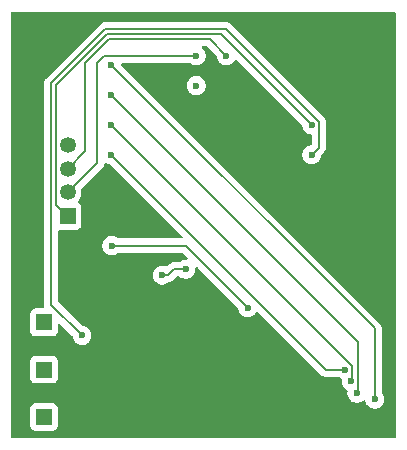
<source format=gbr>
%TF.GenerationSoftware,KiCad,Pcbnew,9.0.4*%
%TF.CreationDate,2025-10-05T21:59:59-04:00*%
%TF.ProjectId,Perpetuality,50657270-6574-4756-916c-6974792e6b69,rev?*%
%TF.SameCoordinates,Original*%
%TF.FileFunction,Copper,L2,Bot*%
%TF.FilePolarity,Positive*%
%FSLAX46Y46*%
G04 Gerber Fmt 4.6, Leading zero omitted, Abs format (unit mm)*
G04 Created by KiCad (PCBNEW 9.0.4) date 2025-10-05 21:59:59*
%MOMM*%
%LPD*%
G01*
G04 APERTURE LIST*
%TA.AperFunction,ComponentPad*%
%ADD10R,1.350000X1.350000*%
%TD*%
%TA.AperFunction,ComponentPad*%
%ADD11C,1.350000*%
%TD*%
%TA.AperFunction,ViaPad*%
%ADD12C,0.600000*%
%TD*%
%TA.AperFunction,Conductor*%
%ADD13C,0.200000*%
%TD*%
G04 APERTURE END LIST*
D10*
%TO.P,J4,1,Pin_1*%
%TO.N,Net-(J4-Pin_1)*%
X53500000Y-98500000D03*
%TD*%
%TO.P,J3,1,Pin_1*%
%TO.N,Net-(J3-Pin_1)*%
X53500000Y-90500000D03*
%TD*%
%TO.P,J2,1,Pin_1*%
%TO.N,Net-(J2-Pin_1)*%
X53500000Y-94500000D03*
%TD*%
%TO.P,J1,1,Pin_1*%
%TO.N,3V3*%
X55500000Y-81500000D03*
D11*
%TO.P,J1,2,Pin_2*%
%TO.N,SWDIO*%
X55500000Y-79500000D03*
%TO.P,J1,3,Pin_3*%
%TO.N,SWCLK*%
X55500000Y-77500000D03*
%TO.P,J1,4,Pin_4*%
%TO.N,GND*%
X55500000Y-75500000D03*
%TD*%
D12*
%TO.N,GND*%
X67750000Y-87500000D03*
X61000000Y-86000000D03*
X51750000Y-86500000D03*
X64500000Y-99000000D03*
X71750000Y-97750000D03*
X75250000Y-96500000D03*
X73000000Y-96500000D03*
X70750000Y-75250000D03*
%TO.N,FSYNC*%
X59250000Y-84000000D03*
X70750000Y-89250000D03*
%TO.N,EN*%
X56722983Y-91611042D03*
X76163500Y-76303500D03*
%TO.N,3V3*%
X76163500Y-73763500D03*
%TO.N,GND*%
X68933500Y-70453500D03*
%TO.N,SWCLK*%
X68933500Y-67913500D03*
%TO.N,unconnected-(U1-RESET-Pad17)*%
X66393500Y-70453500D03*
%TO.N,SWDIO*%
X66393500Y-67913500D03*
%TO.N,SDA*%
X63500000Y-86500000D03*
X65500000Y-86000000D03*
%TO.N,CONVST*%
X59163500Y-68683500D03*
%TO.N,DOUT*%
X59163500Y-71223500D03*
%TO.N,SCLK*%
X59163500Y-73763500D03*
%TO.N,DIN*%
X59163500Y-76303500D03*
%TO.N,CONVST*%
X81500000Y-97000000D03*
%TO.N,DOUT*%
X80000000Y-96500000D03*
%TO.N,SCLK*%
X79500000Y-95500000D03*
%TO.N,DIN*%
X79000000Y-94500000D03*
%TD*%
D13*
%TO.N,FSYNC*%
X61500000Y-84000000D02*
X59250000Y-84000000D01*
X70750000Y-89250000D02*
X65500000Y-84000000D01*
X65500000Y-84000000D02*
X61500000Y-84000000D01*
%TO.N,EN*%
X54123000Y-89011059D02*
X56722983Y-91611042D01*
X58667800Y-65698000D02*
X54123000Y-70242800D01*
X68947943Y-65698000D02*
X58667800Y-65698000D01*
X54123000Y-70242800D02*
X54123000Y-89011059D01*
X76764500Y-75702500D02*
X76764500Y-73514557D01*
X76764500Y-73514557D02*
X68947943Y-65698000D01*
X76163500Y-76303500D02*
X76764500Y-75702500D01*
%TO.N,3V3*%
X55500000Y-81500000D02*
X54524000Y-80524000D01*
X54524000Y-80524000D02*
X54524000Y-70408900D01*
X54524000Y-70408900D02*
X58833900Y-66099000D01*
X58833900Y-66099000D02*
X68499000Y-66099000D01*
X68499000Y-66099000D02*
X76163500Y-73763500D01*
%TO.N,SWDIO*%
X58000000Y-77000000D02*
X58000000Y-68500000D01*
X58586500Y-67913500D02*
X66393500Y-67913500D01*
X55500000Y-79500000D02*
X58000000Y-77000000D01*
X58000000Y-68500000D02*
X58586500Y-67913500D01*
%TO.N,SWCLK*%
X55500000Y-77500000D02*
X57004064Y-75995936D01*
X57004064Y-75995936D02*
X57004064Y-70941563D01*
X57000000Y-68500000D02*
X59000000Y-66500000D01*
X57004064Y-70941563D02*
X57000000Y-70937499D01*
X57000000Y-70937499D02*
X57000000Y-68500000D01*
X59000000Y-66500000D02*
X67520000Y-66500000D01*
X67520000Y-66500000D02*
X68933500Y-67913500D01*
%TO.N,CONVST*%
X81500000Y-97000000D02*
X81500000Y-91020000D01*
X81500000Y-91020000D02*
X59163500Y-68683500D01*
%TO.N,DOUT*%
X80000000Y-96500000D02*
X80101000Y-96399000D01*
X80101000Y-96399000D02*
X80101000Y-92161000D01*
X80101000Y-92161000D02*
X59163500Y-71223500D01*
%TO.N,SCLK*%
X79500000Y-95500000D02*
X79601000Y-95399000D01*
X79601000Y-95399000D02*
X79601000Y-94201000D01*
X79601000Y-94201000D02*
X59163500Y-73763500D01*
%TO.N,DIN*%
X79000000Y-94500000D02*
X77360000Y-94500000D01*
X77360000Y-94500000D02*
X59163500Y-76303500D01*
%TO.N,SDA*%
X64500000Y-86000000D02*
X64000000Y-86500000D01*
X65500000Y-86000000D02*
X64500000Y-86000000D01*
X64000000Y-86500000D02*
X63500000Y-86500000D01*
%TD*%
%TA.AperFunction,Conductor*%
%TO.N,GND*%
G36*
X83242539Y-64220185D02*
G01*
X83288294Y-64272989D01*
X83299500Y-64324500D01*
X83299500Y-100175500D01*
X83279815Y-100242539D01*
X83227011Y-100288294D01*
X83175500Y-100299500D01*
X50824500Y-100299500D01*
X50757461Y-100279815D01*
X50711706Y-100227011D01*
X50700500Y-100175500D01*
X50700500Y-97777135D01*
X52324500Y-97777135D01*
X52324500Y-99222870D01*
X52324501Y-99222876D01*
X52330908Y-99282483D01*
X52381202Y-99417328D01*
X52381206Y-99417335D01*
X52467452Y-99532544D01*
X52467455Y-99532547D01*
X52582664Y-99618793D01*
X52582671Y-99618797D01*
X52717517Y-99669091D01*
X52717516Y-99669091D01*
X52724444Y-99669835D01*
X52777127Y-99675500D01*
X54222872Y-99675499D01*
X54282483Y-99669091D01*
X54417331Y-99618796D01*
X54532546Y-99532546D01*
X54618796Y-99417331D01*
X54669091Y-99282483D01*
X54675500Y-99222873D01*
X54675499Y-97777128D01*
X54669091Y-97717517D01*
X54666062Y-97709397D01*
X54618797Y-97582671D01*
X54618793Y-97582664D01*
X54532547Y-97467455D01*
X54532544Y-97467452D01*
X54417335Y-97381206D01*
X54417328Y-97381202D01*
X54282482Y-97330908D01*
X54282483Y-97330908D01*
X54222883Y-97324501D01*
X54222881Y-97324500D01*
X54222873Y-97324500D01*
X54222864Y-97324500D01*
X52777129Y-97324500D01*
X52777123Y-97324501D01*
X52717516Y-97330908D01*
X52582671Y-97381202D01*
X52582664Y-97381206D01*
X52467455Y-97467452D01*
X52467452Y-97467455D01*
X52381206Y-97582664D01*
X52381202Y-97582671D01*
X52330908Y-97717517D01*
X52325294Y-97769738D01*
X52324501Y-97777123D01*
X52324500Y-97777135D01*
X50700500Y-97777135D01*
X50700500Y-93777135D01*
X52324500Y-93777135D01*
X52324500Y-95222870D01*
X52324501Y-95222876D01*
X52330908Y-95282483D01*
X52381202Y-95417328D01*
X52381206Y-95417335D01*
X52467452Y-95532544D01*
X52467455Y-95532547D01*
X52582664Y-95618793D01*
X52582671Y-95618797D01*
X52717517Y-95669091D01*
X52717516Y-95669091D01*
X52724444Y-95669835D01*
X52777127Y-95675500D01*
X54222872Y-95675499D01*
X54282483Y-95669091D01*
X54417331Y-95618796D01*
X54532546Y-95532546D01*
X54618796Y-95417331D01*
X54669091Y-95282483D01*
X54675500Y-95222873D01*
X54675499Y-93777128D01*
X54669091Y-93717517D01*
X54658014Y-93687819D01*
X54618797Y-93582671D01*
X54618793Y-93582664D01*
X54532547Y-93467455D01*
X54532544Y-93467452D01*
X54417335Y-93381206D01*
X54417328Y-93381202D01*
X54282482Y-93330908D01*
X54282483Y-93330908D01*
X54222883Y-93324501D01*
X54222881Y-93324500D01*
X54222873Y-93324500D01*
X54222864Y-93324500D01*
X52777129Y-93324500D01*
X52777123Y-93324501D01*
X52717516Y-93330908D01*
X52582671Y-93381202D01*
X52582664Y-93381206D01*
X52467455Y-93467452D01*
X52467452Y-93467455D01*
X52381206Y-93582664D01*
X52381202Y-93582671D01*
X52330908Y-93717517D01*
X52324501Y-93777116D01*
X52324501Y-93777123D01*
X52324500Y-93777135D01*
X50700500Y-93777135D01*
X50700500Y-89777135D01*
X52324500Y-89777135D01*
X52324500Y-91222870D01*
X52324501Y-91222876D01*
X52330908Y-91282483D01*
X52381202Y-91417328D01*
X52381206Y-91417335D01*
X52467452Y-91532544D01*
X52467455Y-91532547D01*
X52582664Y-91618793D01*
X52582671Y-91618797D01*
X52717517Y-91669091D01*
X52717516Y-91669091D01*
X52724444Y-91669835D01*
X52777127Y-91675500D01*
X54222872Y-91675499D01*
X54282483Y-91669091D01*
X54417331Y-91618796D01*
X54532546Y-91532546D01*
X54618796Y-91417331D01*
X54669091Y-91282483D01*
X54675500Y-91222873D01*
X54675499Y-90712153D01*
X54695183Y-90645116D01*
X54747987Y-90599361D01*
X54817146Y-90589417D01*
X54880702Y-90618442D01*
X54887180Y-90624474D01*
X55888408Y-91625702D01*
X55921893Y-91687025D01*
X55922344Y-91689191D01*
X55953244Y-91844533D01*
X55953247Y-91844543D01*
X56013585Y-91990214D01*
X56013592Y-91990227D01*
X56101193Y-92121330D01*
X56101196Y-92121334D01*
X56212690Y-92232828D01*
X56212694Y-92232831D01*
X56343797Y-92320432D01*
X56343810Y-92320439D01*
X56471710Y-92373416D01*
X56489486Y-92380779D01*
X56635057Y-92409735D01*
X56644136Y-92411541D01*
X56644139Y-92411542D01*
X56644141Y-92411542D01*
X56801827Y-92411542D01*
X56801828Y-92411541D01*
X56956480Y-92380779D01*
X57102162Y-92320436D01*
X57233272Y-92232831D01*
X57344772Y-92121331D01*
X57432377Y-91990221D01*
X57492720Y-91844539D01*
X57523483Y-91689884D01*
X57523483Y-91532200D01*
X57523483Y-91532197D01*
X57523482Y-91532195D01*
X57492720Y-91377545D01*
X57492718Y-91377540D01*
X57432380Y-91231869D01*
X57432373Y-91231856D01*
X57344772Y-91100753D01*
X57344769Y-91100749D01*
X57233275Y-90989255D01*
X57233271Y-90989252D01*
X57102168Y-90901651D01*
X57102155Y-90901644D01*
X56956484Y-90841306D01*
X56956474Y-90841303D01*
X56801132Y-90810403D01*
X56739221Y-90778018D01*
X56737643Y-90776467D01*
X54759819Y-88798643D01*
X54726334Y-88737320D01*
X54723500Y-88710962D01*
X54723500Y-82799499D01*
X54743185Y-82732460D01*
X54795989Y-82686705D01*
X54847495Y-82675499D01*
X56222872Y-82675499D01*
X56282483Y-82669091D01*
X56417331Y-82618796D01*
X56532546Y-82532546D01*
X56618796Y-82417331D01*
X56669091Y-82282483D01*
X56675500Y-82222873D01*
X56675499Y-80777128D01*
X56669091Y-80717517D01*
X56618796Y-80582669D01*
X56618795Y-80582668D01*
X56618793Y-80582664D01*
X56532547Y-80467455D01*
X56447460Y-80403758D01*
X56405590Y-80347824D01*
X56400606Y-80278132D01*
X56421452Y-80231609D01*
X56505378Y-80116096D01*
X56589379Y-79951235D01*
X56646555Y-79775264D01*
X56675500Y-79592514D01*
X56675500Y-79407486D01*
X56653422Y-79268095D01*
X56662376Y-79198805D01*
X56688211Y-79161022D01*
X58358506Y-77490728D01*
X58358511Y-77490724D01*
X58368714Y-77480520D01*
X58368716Y-77480520D01*
X58480520Y-77368716D01*
X58556373Y-77237334D01*
X58559577Y-77231785D01*
X58599172Y-77084015D01*
X58599718Y-77082206D01*
X58617811Y-77054496D01*
X58635028Y-77026252D01*
X58636826Y-77025378D01*
X58637919Y-77023705D01*
X58668114Y-77010179D01*
X58697875Y-76995723D01*
X58699859Y-76995960D01*
X58701684Y-76995143D01*
X58734412Y-77000091D01*
X58767250Y-77004018D01*
X58769906Y-77005458D01*
X58770769Y-77005589D01*
X58771769Y-77006469D01*
X58778805Y-77010284D01*
X58778946Y-77010021D01*
X58784327Y-77012897D01*
X58929998Y-77073235D01*
X58930003Y-77073237D01*
X58994647Y-77086095D01*
X59085349Y-77104138D01*
X59147260Y-77136523D01*
X59148839Y-77138074D01*
X65198584Y-83187819D01*
X65232069Y-83249142D01*
X65227085Y-83318834D01*
X65185213Y-83374767D01*
X65119749Y-83399184D01*
X65110903Y-83399500D01*
X59829766Y-83399500D01*
X59762727Y-83379815D01*
X59760875Y-83378602D01*
X59629185Y-83290609D01*
X59629172Y-83290602D01*
X59483501Y-83230264D01*
X59483489Y-83230261D01*
X59328845Y-83199500D01*
X59328842Y-83199500D01*
X59171158Y-83199500D01*
X59171155Y-83199500D01*
X59016510Y-83230261D01*
X59016498Y-83230264D01*
X58870827Y-83290602D01*
X58870814Y-83290609D01*
X58739711Y-83378210D01*
X58739707Y-83378213D01*
X58628213Y-83489707D01*
X58628210Y-83489711D01*
X58540609Y-83620814D01*
X58540602Y-83620827D01*
X58480264Y-83766498D01*
X58480261Y-83766510D01*
X58449500Y-83921153D01*
X58449500Y-84078846D01*
X58480261Y-84233489D01*
X58480264Y-84233501D01*
X58540602Y-84379172D01*
X58540609Y-84379185D01*
X58628210Y-84510288D01*
X58628213Y-84510292D01*
X58739707Y-84621786D01*
X58739711Y-84621789D01*
X58870814Y-84709390D01*
X58870827Y-84709397D01*
X59016498Y-84769735D01*
X59016503Y-84769737D01*
X59171153Y-84800499D01*
X59171156Y-84800500D01*
X59171158Y-84800500D01*
X59328844Y-84800500D01*
X59328845Y-84800499D01*
X59483497Y-84769737D01*
X59629179Y-84709394D01*
X59629185Y-84709390D01*
X59760875Y-84621398D01*
X59827553Y-84600520D01*
X59829766Y-84600500D01*
X61420943Y-84600500D01*
X65199903Y-84600500D01*
X65266942Y-84620185D01*
X65287584Y-84636819D01*
X65638584Y-84987819D01*
X65672069Y-85049142D01*
X65667085Y-85118834D01*
X65625213Y-85174767D01*
X65559749Y-85199184D01*
X65550903Y-85199500D01*
X65421155Y-85199500D01*
X65266510Y-85230261D01*
X65266498Y-85230264D01*
X65120827Y-85290602D01*
X65120814Y-85290609D01*
X64989125Y-85378602D01*
X64922447Y-85399480D01*
X64920234Y-85399500D01*
X64586670Y-85399500D01*
X64586654Y-85399499D01*
X64579058Y-85399499D01*
X64420943Y-85399499D01*
X64344579Y-85419961D01*
X64268214Y-85440423D01*
X64268209Y-85440426D01*
X64131290Y-85519475D01*
X64131282Y-85519481D01*
X63924315Y-85726448D01*
X63862992Y-85759933D01*
X63793300Y-85754949D01*
X63789182Y-85753328D01*
X63733501Y-85730264D01*
X63733489Y-85730261D01*
X63578845Y-85699500D01*
X63578842Y-85699500D01*
X63421158Y-85699500D01*
X63421155Y-85699500D01*
X63266510Y-85730261D01*
X63266498Y-85730264D01*
X63120827Y-85790602D01*
X63120814Y-85790609D01*
X62989711Y-85878210D01*
X62989707Y-85878213D01*
X62878213Y-85989707D01*
X62878210Y-85989711D01*
X62790609Y-86120814D01*
X62790602Y-86120827D01*
X62730264Y-86266498D01*
X62730261Y-86266510D01*
X62699500Y-86421153D01*
X62699500Y-86578846D01*
X62730261Y-86733489D01*
X62730264Y-86733501D01*
X62790602Y-86879172D01*
X62790609Y-86879185D01*
X62878210Y-87010288D01*
X62878213Y-87010292D01*
X62989707Y-87121786D01*
X62989711Y-87121789D01*
X63120814Y-87209390D01*
X63120827Y-87209397D01*
X63266498Y-87269735D01*
X63266503Y-87269737D01*
X63421153Y-87300499D01*
X63421156Y-87300500D01*
X63421158Y-87300500D01*
X63578844Y-87300500D01*
X63578845Y-87300499D01*
X63733497Y-87269737D01*
X63879179Y-87209394D01*
X64010289Y-87121789D01*
X64010288Y-87121789D01*
X64010873Y-87121399D01*
X64071124Y-87102532D01*
X64070997Y-87101562D01*
X64076568Y-87100828D01*
X64077550Y-87100521D01*
X64079002Y-87100507D01*
X64079054Y-87100501D01*
X64079057Y-87100501D01*
X64231785Y-87059577D01*
X64281904Y-87030639D01*
X64368716Y-86980520D01*
X64480520Y-86868716D01*
X64480521Y-86868714D01*
X64712418Y-86636816D01*
X64739350Y-86622111D01*
X64765163Y-86605523D01*
X64771363Y-86604631D01*
X64773740Y-86603334D01*
X64800098Y-86600500D01*
X64920234Y-86600500D01*
X64987273Y-86620185D01*
X64989125Y-86621398D01*
X65120814Y-86709390D01*
X65120827Y-86709397D01*
X65266498Y-86769735D01*
X65266503Y-86769737D01*
X65421153Y-86800499D01*
X65421156Y-86800500D01*
X65421158Y-86800500D01*
X65578844Y-86800500D01*
X65578845Y-86800499D01*
X65733497Y-86769737D01*
X65879179Y-86709394D01*
X66010289Y-86621789D01*
X66121789Y-86510289D01*
X66209394Y-86379179D01*
X66269737Y-86233497D01*
X66300500Y-86078842D01*
X66300500Y-85949097D01*
X66320185Y-85882058D01*
X66372989Y-85836303D01*
X66442147Y-85826359D01*
X66505703Y-85855384D01*
X66512181Y-85861416D01*
X69915425Y-89264660D01*
X69948910Y-89325983D01*
X69949361Y-89328149D01*
X69980261Y-89483491D01*
X69980264Y-89483501D01*
X70040602Y-89629172D01*
X70040609Y-89629185D01*
X70128210Y-89760288D01*
X70128213Y-89760292D01*
X70239707Y-89871786D01*
X70239711Y-89871789D01*
X70370814Y-89959390D01*
X70370827Y-89959397D01*
X70516498Y-90019735D01*
X70516503Y-90019737D01*
X70671153Y-90050499D01*
X70671156Y-90050500D01*
X70671158Y-90050500D01*
X70828844Y-90050500D01*
X70828845Y-90050499D01*
X70983497Y-90019737D01*
X71129179Y-89959394D01*
X71260289Y-89871789D01*
X71371789Y-89760289D01*
X71447769Y-89646576D01*
X71501381Y-89601772D01*
X71570706Y-89593065D01*
X71633733Y-89623219D01*
X71638552Y-89627787D01*
X76875139Y-94864374D01*
X76875149Y-94864385D01*
X76879479Y-94868715D01*
X76879480Y-94868716D01*
X76991284Y-94980520D01*
X77077479Y-95030284D01*
X77128215Y-95059577D01*
X77280943Y-95100500D01*
X77439057Y-95100500D01*
X78420234Y-95100500D01*
X78436985Y-95105305D01*
X78453687Y-95105098D01*
X78482571Y-95118383D01*
X78485971Y-95119359D01*
X78489466Y-95121544D01*
X78489711Y-95121789D01*
X78620821Y-95209394D01*
X78647942Y-95220627D01*
X78656693Y-95226099D01*
X78673319Y-95244812D01*
X78692812Y-95260520D01*
X78696127Y-95270481D01*
X78703101Y-95278330D01*
X78706971Y-95303062D01*
X78714877Y-95326814D01*
X78713454Y-95344485D01*
X78713904Y-95347359D01*
X78713071Y-95349244D01*
X78712573Y-95355431D01*
X78699500Y-95421153D01*
X78699500Y-95578846D01*
X78730261Y-95733489D01*
X78730264Y-95733501D01*
X78790602Y-95879172D01*
X78790609Y-95879185D01*
X78878210Y-96010288D01*
X78878213Y-96010292D01*
X78989707Y-96121786D01*
X78989711Y-96121789D01*
X79120817Y-96209392D01*
X79120819Y-96209393D01*
X79120821Y-96209394D01*
X79138409Y-96216679D01*
X79192812Y-96260520D01*
X79214877Y-96326814D01*
X79212573Y-96355431D01*
X79199500Y-96421153D01*
X79199500Y-96578846D01*
X79230261Y-96733489D01*
X79230264Y-96733501D01*
X79290602Y-96879172D01*
X79290609Y-96879185D01*
X79378210Y-97010288D01*
X79378213Y-97010292D01*
X79489707Y-97121786D01*
X79489711Y-97121789D01*
X79620814Y-97209390D01*
X79620827Y-97209397D01*
X79766498Y-97269735D01*
X79766503Y-97269737D01*
X79921153Y-97300499D01*
X79921156Y-97300500D01*
X79921158Y-97300500D01*
X80078844Y-97300500D01*
X80078845Y-97300499D01*
X80233497Y-97269737D01*
X80379179Y-97209394D01*
X80510289Y-97121789D01*
X80511186Y-97120891D01*
X80511773Y-97120571D01*
X80514999Y-97117924D01*
X80515500Y-97118535D01*
X80572504Y-97087402D01*
X80642196Y-97092380D01*
X80698134Y-97134246D01*
X80720491Y-97184374D01*
X80730261Y-97233491D01*
X80730264Y-97233501D01*
X80790602Y-97379172D01*
X80790609Y-97379185D01*
X80878210Y-97510288D01*
X80878213Y-97510292D01*
X80989707Y-97621786D01*
X80989711Y-97621789D01*
X81120814Y-97709390D01*
X81120827Y-97709397D01*
X81266498Y-97769735D01*
X81266503Y-97769737D01*
X81421153Y-97800499D01*
X81421156Y-97800500D01*
X81421158Y-97800500D01*
X81578844Y-97800500D01*
X81578845Y-97800499D01*
X81733497Y-97769737D01*
X81879179Y-97709394D01*
X82010289Y-97621789D01*
X82121789Y-97510289D01*
X82209394Y-97379179D01*
X82269737Y-97233497D01*
X82300500Y-97078842D01*
X82300500Y-96921158D01*
X82300500Y-96921155D01*
X82300499Y-96921153D01*
X82269738Y-96766510D01*
X82269737Y-96766503D01*
X82256062Y-96733489D01*
X82209397Y-96620827D01*
X82209390Y-96620814D01*
X82121398Y-96489125D01*
X82100520Y-96422447D01*
X82100500Y-96420234D01*
X82100500Y-90940945D01*
X82100500Y-90940943D01*
X82059577Y-90788216D01*
X82059577Y-90788215D01*
X82059577Y-90788214D01*
X82030639Y-90738095D01*
X82030637Y-90738092D01*
X82015663Y-90712155D01*
X81980520Y-90651284D01*
X81868716Y-90539480D01*
X81868715Y-90539479D01*
X81864385Y-90535149D01*
X81864374Y-90535139D01*
X61703888Y-70374653D01*
X65593000Y-70374653D01*
X65593000Y-70532346D01*
X65623761Y-70686989D01*
X65623764Y-70687001D01*
X65684102Y-70832672D01*
X65684109Y-70832685D01*
X65771710Y-70963788D01*
X65771713Y-70963792D01*
X65883207Y-71075286D01*
X65883211Y-71075289D01*
X66014314Y-71162890D01*
X66014327Y-71162897D01*
X66159998Y-71223235D01*
X66160003Y-71223237D01*
X66314653Y-71253999D01*
X66314656Y-71254000D01*
X66314658Y-71254000D01*
X66472344Y-71254000D01*
X66472345Y-71253999D01*
X66626997Y-71223237D01*
X66772679Y-71162894D01*
X66903789Y-71075289D01*
X67015289Y-70963789D01*
X67102894Y-70832679D01*
X67163237Y-70686997D01*
X67194000Y-70532342D01*
X67194000Y-70374658D01*
X67194000Y-70374655D01*
X67193999Y-70374653D01*
X67163238Y-70220010D01*
X67163237Y-70220003D01*
X67163235Y-70219998D01*
X67102897Y-70074327D01*
X67102890Y-70074314D01*
X67015289Y-69943210D01*
X66903792Y-69831713D01*
X66903788Y-69831710D01*
X66772685Y-69744109D01*
X66772672Y-69744102D01*
X66627001Y-69683764D01*
X66626989Y-69683761D01*
X66472345Y-69653000D01*
X66472342Y-69653000D01*
X66314658Y-69653000D01*
X66314655Y-69653000D01*
X66160010Y-69683761D01*
X66159998Y-69683764D01*
X66014327Y-69744102D01*
X66014314Y-69744109D01*
X65883211Y-69831710D01*
X65883207Y-69831713D01*
X65771713Y-69943207D01*
X65771711Y-69943210D01*
X65684109Y-70074314D01*
X65684102Y-70074327D01*
X65623764Y-70219998D01*
X65623761Y-70220010D01*
X65593000Y-70374653D01*
X61703888Y-70374653D01*
X60054916Y-68725681D01*
X60021431Y-68664358D01*
X60026415Y-68594666D01*
X60068287Y-68538733D01*
X60133751Y-68514316D01*
X60142597Y-68514000D01*
X65813734Y-68514000D01*
X65880773Y-68533685D01*
X65882625Y-68534898D01*
X66014314Y-68622890D01*
X66014327Y-68622897D01*
X66159998Y-68683235D01*
X66160003Y-68683237D01*
X66314653Y-68713999D01*
X66314656Y-68714000D01*
X66314658Y-68714000D01*
X66472344Y-68714000D01*
X66472345Y-68713999D01*
X66626997Y-68683237D01*
X66772679Y-68622894D01*
X66903789Y-68535289D01*
X67015289Y-68423789D01*
X67102894Y-68292679D01*
X67163237Y-68146997D01*
X67194000Y-67992342D01*
X67194000Y-67834658D01*
X67194000Y-67834655D01*
X67193999Y-67834653D01*
X67163238Y-67680010D01*
X67163237Y-67680003D01*
X67163235Y-67679998D01*
X67102897Y-67534327D01*
X67102890Y-67534314D01*
X67015289Y-67403211D01*
X67015286Y-67403207D01*
X66924260Y-67312181D01*
X66913647Y-67292744D01*
X66899147Y-67276011D01*
X66897230Y-67262679D01*
X66890775Y-67250858D01*
X66892354Y-67228771D01*
X66889203Y-67206853D01*
X66894798Y-67194601D01*
X66895759Y-67181166D01*
X66909029Y-67163439D01*
X66918228Y-67143297D01*
X66929559Y-67136014D01*
X66937631Y-67125233D01*
X66958376Y-67117495D01*
X66977006Y-67105523D01*
X66998924Y-67102371D01*
X67003095Y-67100816D01*
X67011941Y-67100500D01*
X67219903Y-67100500D01*
X67286942Y-67120185D01*
X67307584Y-67136819D01*
X68098925Y-67928160D01*
X68132410Y-67989483D01*
X68132861Y-67991649D01*
X68163761Y-68146991D01*
X68163764Y-68147001D01*
X68224102Y-68292672D01*
X68224109Y-68292685D01*
X68311710Y-68423788D01*
X68311713Y-68423792D01*
X68423207Y-68535286D01*
X68423211Y-68535289D01*
X68554314Y-68622890D01*
X68554327Y-68622897D01*
X68699998Y-68683235D01*
X68700003Y-68683237D01*
X68854653Y-68713999D01*
X68854656Y-68714000D01*
X68854658Y-68714000D01*
X69012344Y-68714000D01*
X69012345Y-68713999D01*
X69166997Y-68683237D01*
X69312679Y-68622894D01*
X69443789Y-68535289D01*
X69555289Y-68423789D01*
X69639280Y-68298088D01*
X69692892Y-68253283D01*
X69762217Y-68244576D01*
X69825244Y-68274730D01*
X69830063Y-68279298D01*
X75328925Y-73778160D01*
X75362410Y-73839483D01*
X75362861Y-73841649D01*
X75393761Y-73996991D01*
X75393764Y-73997001D01*
X75454102Y-74142672D01*
X75454109Y-74142685D01*
X75541710Y-74273788D01*
X75541713Y-74273792D01*
X75653207Y-74385286D01*
X75653211Y-74385289D01*
X75784314Y-74472890D01*
X75784327Y-74472897D01*
X75884724Y-74514482D01*
X75930003Y-74533237D01*
X76024145Y-74551963D01*
X76064191Y-74559929D01*
X76126102Y-74592314D01*
X76160676Y-74653029D01*
X76164000Y-74681546D01*
X76164000Y-75385453D01*
X76144315Y-75452492D01*
X76091511Y-75498247D01*
X76064192Y-75507070D01*
X75930008Y-75533761D01*
X75929998Y-75533764D01*
X75784327Y-75594102D01*
X75784314Y-75594109D01*
X75653211Y-75681710D01*
X75653207Y-75681713D01*
X75541713Y-75793207D01*
X75541710Y-75793211D01*
X75454109Y-75924314D01*
X75454102Y-75924327D01*
X75393764Y-76069998D01*
X75393761Y-76070010D01*
X75363000Y-76224653D01*
X75363000Y-76382346D01*
X75393761Y-76536989D01*
X75393764Y-76537001D01*
X75454102Y-76682672D01*
X75454109Y-76682685D01*
X75541710Y-76813788D01*
X75541713Y-76813792D01*
X75653207Y-76925286D01*
X75653211Y-76925289D01*
X75784314Y-77012890D01*
X75784327Y-77012897D01*
X75929998Y-77073235D01*
X75930003Y-77073237D01*
X76084653Y-77103999D01*
X76084656Y-77104000D01*
X76084658Y-77104000D01*
X76242344Y-77104000D01*
X76242345Y-77103999D01*
X76396997Y-77073237D01*
X76542679Y-77012894D01*
X76673789Y-76925289D01*
X76785289Y-76813789D01*
X76872894Y-76682679D01*
X76933237Y-76536997D01*
X76963270Y-76386013D01*
X76964138Y-76381650D01*
X76972903Y-76364893D01*
X76976923Y-76346415D01*
X76995669Y-76321371D01*
X76996523Y-76319739D01*
X76997976Y-76318257D01*
X77123009Y-76193224D01*
X77123014Y-76193221D01*
X77133214Y-76183020D01*
X77133216Y-76183020D01*
X77245020Y-76071216D01*
X77324077Y-75934284D01*
X77360534Y-75798224D01*
X77365000Y-75781558D01*
X77365000Y-75623443D01*
X77365000Y-73603616D01*
X77365001Y-73603603D01*
X77365001Y-73435502D01*
X77365001Y-73435500D01*
X77324077Y-73282772D01*
X77268803Y-73187035D01*
X77245020Y-73145841D01*
X77133216Y-73034037D01*
X77133213Y-73034035D01*
X69435533Y-65336355D01*
X69435531Y-65336352D01*
X69316660Y-65217481D01*
X69316659Y-65217480D01*
X69229847Y-65167360D01*
X69229847Y-65167359D01*
X69229843Y-65167358D01*
X69179728Y-65138423D01*
X69027000Y-65097499D01*
X68868886Y-65097499D01*
X68861290Y-65097499D01*
X68861274Y-65097500D01*
X58754470Y-65097500D01*
X58754454Y-65097499D01*
X58746858Y-65097499D01*
X58588743Y-65097499D01*
X58436015Y-65138423D01*
X58436013Y-65138423D01*
X58436013Y-65138424D01*
X58299081Y-65217482D01*
X53642479Y-69874084D01*
X53614427Y-69922673D01*
X53602570Y-69943211D01*
X53563423Y-70011015D01*
X53522499Y-70163743D01*
X53522499Y-70163745D01*
X53522499Y-70331846D01*
X53522500Y-70331859D01*
X53522500Y-88924389D01*
X53522499Y-88924407D01*
X53522499Y-89090115D01*
X53543477Y-89168407D01*
X53541814Y-89238257D01*
X53502651Y-89296119D01*
X53438423Y-89323623D01*
X53423702Y-89324500D01*
X52777129Y-89324500D01*
X52777123Y-89324501D01*
X52717516Y-89330908D01*
X52582671Y-89381202D01*
X52582664Y-89381206D01*
X52467455Y-89467452D01*
X52467452Y-89467455D01*
X52381206Y-89582664D01*
X52381202Y-89582671D01*
X52330908Y-89717517D01*
X52324501Y-89777116D01*
X52324500Y-89777135D01*
X50700500Y-89777135D01*
X50700500Y-64324500D01*
X50720185Y-64257461D01*
X50772989Y-64211706D01*
X50824500Y-64200500D01*
X83175500Y-64200500D01*
X83242539Y-64220185D01*
G37*
%TD.AperFunction*%
%TD*%
M02*

</source>
